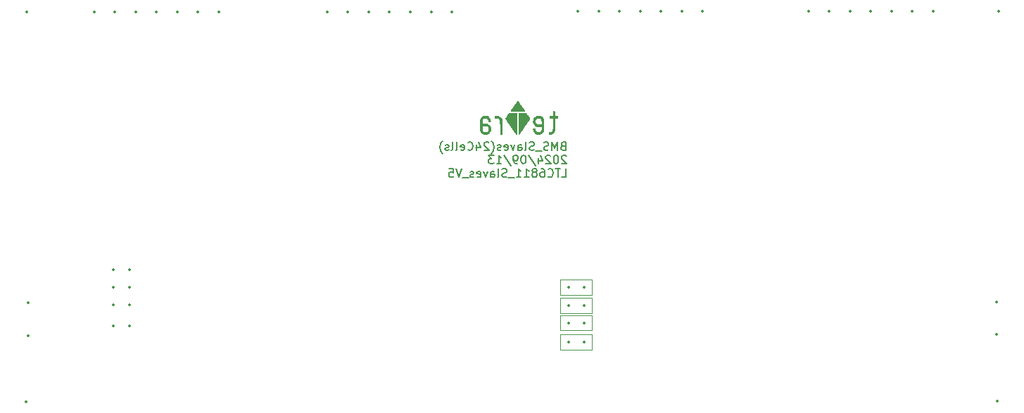
<source format=gbr>
%TF.GenerationSoftware,KiCad,Pcbnew,8.0.4*%
%TF.CreationDate,2024-09-13T15:55:04+09:00*%
%TF.ProjectId,LTC6811_ESP32_Slaves_V5,4c544336-3831-4315-9f45-535033325f53,rev?*%
%TF.SameCoordinates,Original*%
%TF.FileFunction,Legend,Bot*%
%TF.FilePolarity,Positive*%
%FSLAX46Y46*%
G04 Gerber Fmt 4.6, Leading zero omitted, Abs format (unit mm)*
G04 Created by KiCad (PCBNEW 8.0.4) date 2024-09-13 15:55:04*
%MOMM*%
%LPD*%
G01*
G04 APERTURE LIST*
%ADD10C,0.120000*%
%ADD11C,0.150000*%
%ADD12C,0.010000*%
%ADD13C,0.350000*%
G04 APERTURE END LIST*
D10*
X303300000Y-153500000D02*
X307100000Y-153500000D01*
X307100000Y-155300000D01*
X303300000Y-155300000D01*
X303300000Y-153500000D01*
X303300000Y-151300000D02*
X307100000Y-151300000D01*
X307100000Y-153100000D01*
X303300000Y-153100000D01*
X303300000Y-151300000D01*
X303300000Y-155600000D02*
X307100000Y-155600000D01*
X307100000Y-157400000D01*
X303300000Y-157400000D01*
X303300000Y-155600000D01*
X303300000Y-157900000D02*
X307100000Y-157900000D01*
X307100000Y-159700000D01*
X303300000Y-159700000D01*
X303300000Y-157900000D01*
D11*
X303629887Y-135176121D02*
X303487030Y-135223740D01*
X303487030Y-135223740D02*
X303439411Y-135271359D01*
X303439411Y-135271359D02*
X303391792Y-135366597D01*
X303391792Y-135366597D02*
X303391792Y-135509454D01*
X303391792Y-135509454D02*
X303439411Y-135604692D01*
X303439411Y-135604692D02*
X303487030Y-135652312D01*
X303487030Y-135652312D02*
X303582268Y-135699931D01*
X303582268Y-135699931D02*
X303963220Y-135699931D01*
X303963220Y-135699931D02*
X303963220Y-134699931D01*
X303963220Y-134699931D02*
X303629887Y-134699931D01*
X303629887Y-134699931D02*
X303534649Y-134747550D01*
X303534649Y-134747550D02*
X303487030Y-134795169D01*
X303487030Y-134795169D02*
X303439411Y-134890407D01*
X303439411Y-134890407D02*
X303439411Y-134985645D01*
X303439411Y-134985645D02*
X303487030Y-135080883D01*
X303487030Y-135080883D02*
X303534649Y-135128502D01*
X303534649Y-135128502D02*
X303629887Y-135176121D01*
X303629887Y-135176121D02*
X303963220Y-135176121D01*
X302963220Y-135699931D02*
X302963220Y-134699931D01*
X302963220Y-134699931D02*
X302629887Y-135414216D01*
X302629887Y-135414216D02*
X302296554Y-134699931D01*
X302296554Y-134699931D02*
X302296554Y-135699931D01*
X301867982Y-135652312D02*
X301725125Y-135699931D01*
X301725125Y-135699931D02*
X301487030Y-135699931D01*
X301487030Y-135699931D02*
X301391792Y-135652312D01*
X301391792Y-135652312D02*
X301344173Y-135604692D01*
X301344173Y-135604692D02*
X301296554Y-135509454D01*
X301296554Y-135509454D02*
X301296554Y-135414216D01*
X301296554Y-135414216D02*
X301344173Y-135318978D01*
X301344173Y-135318978D02*
X301391792Y-135271359D01*
X301391792Y-135271359D02*
X301487030Y-135223740D01*
X301487030Y-135223740D02*
X301677506Y-135176121D01*
X301677506Y-135176121D02*
X301772744Y-135128502D01*
X301772744Y-135128502D02*
X301820363Y-135080883D01*
X301820363Y-135080883D02*
X301867982Y-134985645D01*
X301867982Y-134985645D02*
X301867982Y-134890407D01*
X301867982Y-134890407D02*
X301820363Y-134795169D01*
X301820363Y-134795169D02*
X301772744Y-134747550D01*
X301772744Y-134747550D02*
X301677506Y-134699931D01*
X301677506Y-134699931D02*
X301439411Y-134699931D01*
X301439411Y-134699931D02*
X301296554Y-134747550D01*
X301106078Y-135795169D02*
X300344173Y-135795169D01*
X300153696Y-135652312D02*
X300010839Y-135699931D01*
X300010839Y-135699931D02*
X299772744Y-135699931D01*
X299772744Y-135699931D02*
X299677506Y-135652312D01*
X299677506Y-135652312D02*
X299629887Y-135604692D01*
X299629887Y-135604692D02*
X299582268Y-135509454D01*
X299582268Y-135509454D02*
X299582268Y-135414216D01*
X299582268Y-135414216D02*
X299629887Y-135318978D01*
X299629887Y-135318978D02*
X299677506Y-135271359D01*
X299677506Y-135271359D02*
X299772744Y-135223740D01*
X299772744Y-135223740D02*
X299963220Y-135176121D01*
X299963220Y-135176121D02*
X300058458Y-135128502D01*
X300058458Y-135128502D02*
X300106077Y-135080883D01*
X300106077Y-135080883D02*
X300153696Y-134985645D01*
X300153696Y-134985645D02*
X300153696Y-134890407D01*
X300153696Y-134890407D02*
X300106077Y-134795169D01*
X300106077Y-134795169D02*
X300058458Y-134747550D01*
X300058458Y-134747550D02*
X299963220Y-134699931D01*
X299963220Y-134699931D02*
X299725125Y-134699931D01*
X299725125Y-134699931D02*
X299582268Y-134747550D01*
X299010839Y-135699931D02*
X299106077Y-135652312D01*
X299106077Y-135652312D02*
X299153696Y-135557073D01*
X299153696Y-135557073D02*
X299153696Y-134699931D01*
X298201315Y-135699931D02*
X298201315Y-135176121D01*
X298201315Y-135176121D02*
X298248934Y-135080883D01*
X298248934Y-135080883D02*
X298344172Y-135033264D01*
X298344172Y-135033264D02*
X298534648Y-135033264D01*
X298534648Y-135033264D02*
X298629886Y-135080883D01*
X298201315Y-135652312D02*
X298296553Y-135699931D01*
X298296553Y-135699931D02*
X298534648Y-135699931D01*
X298534648Y-135699931D02*
X298629886Y-135652312D01*
X298629886Y-135652312D02*
X298677505Y-135557073D01*
X298677505Y-135557073D02*
X298677505Y-135461835D01*
X298677505Y-135461835D02*
X298629886Y-135366597D01*
X298629886Y-135366597D02*
X298534648Y-135318978D01*
X298534648Y-135318978D02*
X298296553Y-135318978D01*
X298296553Y-135318978D02*
X298201315Y-135271359D01*
X297820362Y-135033264D02*
X297582267Y-135699931D01*
X297582267Y-135699931D02*
X297344172Y-135033264D01*
X296582267Y-135652312D02*
X296677505Y-135699931D01*
X296677505Y-135699931D02*
X296867981Y-135699931D01*
X296867981Y-135699931D02*
X296963219Y-135652312D01*
X296963219Y-135652312D02*
X297010838Y-135557073D01*
X297010838Y-135557073D02*
X297010838Y-135176121D01*
X297010838Y-135176121D02*
X296963219Y-135080883D01*
X296963219Y-135080883D02*
X296867981Y-135033264D01*
X296867981Y-135033264D02*
X296677505Y-135033264D01*
X296677505Y-135033264D02*
X296582267Y-135080883D01*
X296582267Y-135080883D02*
X296534648Y-135176121D01*
X296534648Y-135176121D02*
X296534648Y-135271359D01*
X296534648Y-135271359D02*
X297010838Y-135366597D01*
X296153695Y-135652312D02*
X296058457Y-135699931D01*
X296058457Y-135699931D02*
X295867981Y-135699931D01*
X295867981Y-135699931D02*
X295772743Y-135652312D01*
X295772743Y-135652312D02*
X295725124Y-135557073D01*
X295725124Y-135557073D02*
X295725124Y-135509454D01*
X295725124Y-135509454D02*
X295772743Y-135414216D01*
X295772743Y-135414216D02*
X295867981Y-135366597D01*
X295867981Y-135366597D02*
X296010838Y-135366597D01*
X296010838Y-135366597D02*
X296106076Y-135318978D01*
X296106076Y-135318978D02*
X296153695Y-135223740D01*
X296153695Y-135223740D02*
X296153695Y-135176121D01*
X296153695Y-135176121D02*
X296106076Y-135080883D01*
X296106076Y-135080883D02*
X296010838Y-135033264D01*
X296010838Y-135033264D02*
X295867981Y-135033264D01*
X295867981Y-135033264D02*
X295772743Y-135080883D01*
X295010838Y-136080883D02*
X295058457Y-136033264D01*
X295058457Y-136033264D02*
X295153695Y-135890407D01*
X295153695Y-135890407D02*
X295201314Y-135795169D01*
X295201314Y-135795169D02*
X295248933Y-135652312D01*
X295248933Y-135652312D02*
X295296552Y-135414216D01*
X295296552Y-135414216D02*
X295296552Y-135223740D01*
X295296552Y-135223740D02*
X295248933Y-134985645D01*
X295248933Y-134985645D02*
X295201314Y-134842788D01*
X295201314Y-134842788D02*
X295153695Y-134747550D01*
X295153695Y-134747550D02*
X295058457Y-134604692D01*
X295058457Y-134604692D02*
X295010838Y-134557073D01*
X294677504Y-134795169D02*
X294629885Y-134747550D01*
X294629885Y-134747550D02*
X294534647Y-134699931D01*
X294534647Y-134699931D02*
X294296552Y-134699931D01*
X294296552Y-134699931D02*
X294201314Y-134747550D01*
X294201314Y-134747550D02*
X294153695Y-134795169D01*
X294153695Y-134795169D02*
X294106076Y-134890407D01*
X294106076Y-134890407D02*
X294106076Y-134985645D01*
X294106076Y-134985645D02*
X294153695Y-135128502D01*
X294153695Y-135128502D02*
X294725123Y-135699931D01*
X294725123Y-135699931D02*
X294106076Y-135699931D01*
X293248933Y-135033264D02*
X293248933Y-135699931D01*
X293487028Y-134652312D02*
X293725123Y-135366597D01*
X293725123Y-135366597D02*
X293106076Y-135366597D01*
X292153695Y-135604692D02*
X292201314Y-135652312D01*
X292201314Y-135652312D02*
X292344171Y-135699931D01*
X292344171Y-135699931D02*
X292439409Y-135699931D01*
X292439409Y-135699931D02*
X292582266Y-135652312D01*
X292582266Y-135652312D02*
X292677504Y-135557073D01*
X292677504Y-135557073D02*
X292725123Y-135461835D01*
X292725123Y-135461835D02*
X292772742Y-135271359D01*
X292772742Y-135271359D02*
X292772742Y-135128502D01*
X292772742Y-135128502D02*
X292725123Y-134938026D01*
X292725123Y-134938026D02*
X292677504Y-134842788D01*
X292677504Y-134842788D02*
X292582266Y-134747550D01*
X292582266Y-134747550D02*
X292439409Y-134699931D01*
X292439409Y-134699931D02*
X292344171Y-134699931D01*
X292344171Y-134699931D02*
X292201314Y-134747550D01*
X292201314Y-134747550D02*
X292153695Y-134795169D01*
X291344171Y-135652312D02*
X291439409Y-135699931D01*
X291439409Y-135699931D02*
X291629885Y-135699931D01*
X291629885Y-135699931D02*
X291725123Y-135652312D01*
X291725123Y-135652312D02*
X291772742Y-135557073D01*
X291772742Y-135557073D02*
X291772742Y-135176121D01*
X291772742Y-135176121D02*
X291725123Y-135080883D01*
X291725123Y-135080883D02*
X291629885Y-135033264D01*
X291629885Y-135033264D02*
X291439409Y-135033264D01*
X291439409Y-135033264D02*
X291344171Y-135080883D01*
X291344171Y-135080883D02*
X291296552Y-135176121D01*
X291296552Y-135176121D02*
X291296552Y-135271359D01*
X291296552Y-135271359D02*
X291772742Y-135366597D01*
X290725123Y-135699931D02*
X290820361Y-135652312D01*
X290820361Y-135652312D02*
X290867980Y-135557073D01*
X290867980Y-135557073D02*
X290867980Y-134699931D01*
X290201313Y-135699931D02*
X290296551Y-135652312D01*
X290296551Y-135652312D02*
X290344170Y-135557073D01*
X290344170Y-135557073D02*
X290344170Y-134699931D01*
X289867979Y-135652312D02*
X289772741Y-135699931D01*
X289772741Y-135699931D02*
X289582265Y-135699931D01*
X289582265Y-135699931D02*
X289487027Y-135652312D01*
X289487027Y-135652312D02*
X289439408Y-135557073D01*
X289439408Y-135557073D02*
X289439408Y-135509454D01*
X289439408Y-135509454D02*
X289487027Y-135414216D01*
X289487027Y-135414216D02*
X289582265Y-135366597D01*
X289582265Y-135366597D02*
X289725122Y-135366597D01*
X289725122Y-135366597D02*
X289820360Y-135318978D01*
X289820360Y-135318978D02*
X289867979Y-135223740D01*
X289867979Y-135223740D02*
X289867979Y-135176121D01*
X289867979Y-135176121D02*
X289820360Y-135080883D01*
X289820360Y-135080883D02*
X289725122Y-135033264D01*
X289725122Y-135033264D02*
X289582265Y-135033264D01*
X289582265Y-135033264D02*
X289487027Y-135080883D01*
X289106074Y-136080883D02*
X289058455Y-136033264D01*
X289058455Y-136033264D02*
X288963217Y-135890407D01*
X288963217Y-135890407D02*
X288915598Y-135795169D01*
X288915598Y-135795169D02*
X288867979Y-135652312D01*
X288867979Y-135652312D02*
X288820360Y-135414216D01*
X288820360Y-135414216D02*
X288820360Y-135223740D01*
X288820360Y-135223740D02*
X288867979Y-134985645D01*
X288867979Y-134985645D02*
X288915598Y-134842788D01*
X288915598Y-134842788D02*
X288963217Y-134747550D01*
X288963217Y-134747550D02*
X289058455Y-134604692D01*
X289058455Y-134604692D02*
X289106074Y-134557073D01*
X304010839Y-136405113D02*
X303963220Y-136357494D01*
X303963220Y-136357494D02*
X303867982Y-136309875D01*
X303867982Y-136309875D02*
X303629887Y-136309875D01*
X303629887Y-136309875D02*
X303534649Y-136357494D01*
X303534649Y-136357494D02*
X303487030Y-136405113D01*
X303487030Y-136405113D02*
X303439411Y-136500351D01*
X303439411Y-136500351D02*
X303439411Y-136595589D01*
X303439411Y-136595589D02*
X303487030Y-136738446D01*
X303487030Y-136738446D02*
X304058458Y-137309875D01*
X304058458Y-137309875D02*
X303439411Y-137309875D01*
X302820363Y-136309875D02*
X302725125Y-136309875D01*
X302725125Y-136309875D02*
X302629887Y-136357494D01*
X302629887Y-136357494D02*
X302582268Y-136405113D01*
X302582268Y-136405113D02*
X302534649Y-136500351D01*
X302534649Y-136500351D02*
X302487030Y-136690827D01*
X302487030Y-136690827D02*
X302487030Y-136928922D01*
X302487030Y-136928922D02*
X302534649Y-137119398D01*
X302534649Y-137119398D02*
X302582268Y-137214636D01*
X302582268Y-137214636D02*
X302629887Y-137262256D01*
X302629887Y-137262256D02*
X302725125Y-137309875D01*
X302725125Y-137309875D02*
X302820363Y-137309875D01*
X302820363Y-137309875D02*
X302915601Y-137262256D01*
X302915601Y-137262256D02*
X302963220Y-137214636D01*
X302963220Y-137214636D02*
X303010839Y-137119398D01*
X303010839Y-137119398D02*
X303058458Y-136928922D01*
X303058458Y-136928922D02*
X303058458Y-136690827D01*
X303058458Y-136690827D02*
X303010839Y-136500351D01*
X303010839Y-136500351D02*
X302963220Y-136405113D01*
X302963220Y-136405113D02*
X302915601Y-136357494D01*
X302915601Y-136357494D02*
X302820363Y-136309875D01*
X302106077Y-136405113D02*
X302058458Y-136357494D01*
X302058458Y-136357494D02*
X301963220Y-136309875D01*
X301963220Y-136309875D02*
X301725125Y-136309875D01*
X301725125Y-136309875D02*
X301629887Y-136357494D01*
X301629887Y-136357494D02*
X301582268Y-136405113D01*
X301582268Y-136405113D02*
X301534649Y-136500351D01*
X301534649Y-136500351D02*
X301534649Y-136595589D01*
X301534649Y-136595589D02*
X301582268Y-136738446D01*
X301582268Y-136738446D02*
X302153696Y-137309875D01*
X302153696Y-137309875D02*
X301534649Y-137309875D01*
X300677506Y-136643208D02*
X300677506Y-137309875D01*
X300915601Y-136262256D02*
X301153696Y-136976541D01*
X301153696Y-136976541D02*
X300534649Y-136976541D01*
X299439411Y-136262256D02*
X300296553Y-137547970D01*
X298915601Y-136309875D02*
X298820363Y-136309875D01*
X298820363Y-136309875D02*
X298725125Y-136357494D01*
X298725125Y-136357494D02*
X298677506Y-136405113D01*
X298677506Y-136405113D02*
X298629887Y-136500351D01*
X298629887Y-136500351D02*
X298582268Y-136690827D01*
X298582268Y-136690827D02*
X298582268Y-136928922D01*
X298582268Y-136928922D02*
X298629887Y-137119398D01*
X298629887Y-137119398D02*
X298677506Y-137214636D01*
X298677506Y-137214636D02*
X298725125Y-137262256D01*
X298725125Y-137262256D02*
X298820363Y-137309875D01*
X298820363Y-137309875D02*
X298915601Y-137309875D01*
X298915601Y-137309875D02*
X299010839Y-137262256D01*
X299010839Y-137262256D02*
X299058458Y-137214636D01*
X299058458Y-137214636D02*
X299106077Y-137119398D01*
X299106077Y-137119398D02*
X299153696Y-136928922D01*
X299153696Y-136928922D02*
X299153696Y-136690827D01*
X299153696Y-136690827D02*
X299106077Y-136500351D01*
X299106077Y-136500351D02*
X299058458Y-136405113D01*
X299058458Y-136405113D02*
X299010839Y-136357494D01*
X299010839Y-136357494D02*
X298915601Y-136309875D01*
X298106077Y-137309875D02*
X297915601Y-137309875D01*
X297915601Y-137309875D02*
X297820363Y-137262256D01*
X297820363Y-137262256D02*
X297772744Y-137214636D01*
X297772744Y-137214636D02*
X297677506Y-137071779D01*
X297677506Y-137071779D02*
X297629887Y-136881303D01*
X297629887Y-136881303D02*
X297629887Y-136500351D01*
X297629887Y-136500351D02*
X297677506Y-136405113D01*
X297677506Y-136405113D02*
X297725125Y-136357494D01*
X297725125Y-136357494D02*
X297820363Y-136309875D01*
X297820363Y-136309875D02*
X298010839Y-136309875D01*
X298010839Y-136309875D02*
X298106077Y-136357494D01*
X298106077Y-136357494D02*
X298153696Y-136405113D01*
X298153696Y-136405113D02*
X298201315Y-136500351D01*
X298201315Y-136500351D02*
X298201315Y-136738446D01*
X298201315Y-136738446D02*
X298153696Y-136833684D01*
X298153696Y-136833684D02*
X298106077Y-136881303D01*
X298106077Y-136881303D02*
X298010839Y-136928922D01*
X298010839Y-136928922D02*
X297820363Y-136928922D01*
X297820363Y-136928922D02*
X297725125Y-136881303D01*
X297725125Y-136881303D02*
X297677506Y-136833684D01*
X297677506Y-136833684D02*
X297629887Y-136738446D01*
X296487030Y-136262256D02*
X297344172Y-137547970D01*
X295629887Y-137309875D02*
X296201315Y-137309875D01*
X295915601Y-137309875D02*
X295915601Y-136309875D01*
X295915601Y-136309875D02*
X296010839Y-136452732D01*
X296010839Y-136452732D02*
X296106077Y-136547970D01*
X296106077Y-136547970D02*
X296201315Y-136595589D01*
X295296553Y-136309875D02*
X294677506Y-136309875D01*
X294677506Y-136309875D02*
X295010839Y-136690827D01*
X295010839Y-136690827D02*
X294867982Y-136690827D01*
X294867982Y-136690827D02*
X294772744Y-136738446D01*
X294772744Y-136738446D02*
X294725125Y-136786065D01*
X294725125Y-136786065D02*
X294677506Y-136881303D01*
X294677506Y-136881303D02*
X294677506Y-137119398D01*
X294677506Y-137119398D02*
X294725125Y-137214636D01*
X294725125Y-137214636D02*
X294772744Y-137262256D01*
X294772744Y-137262256D02*
X294867982Y-137309875D01*
X294867982Y-137309875D02*
X295153696Y-137309875D01*
X295153696Y-137309875D02*
X295248934Y-137262256D01*
X295248934Y-137262256D02*
X295296553Y-137214636D01*
X303487030Y-138919819D02*
X303963220Y-138919819D01*
X303963220Y-138919819D02*
X303963220Y-137919819D01*
X303296553Y-137919819D02*
X302725125Y-137919819D01*
X303010839Y-138919819D02*
X303010839Y-137919819D01*
X301820363Y-138824580D02*
X301867982Y-138872200D01*
X301867982Y-138872200D02*
X302010839Y-138919819D01*
X302010839Y-138919819D02*
X302106077Y-138919819D01*
X302106077Y-138919819D02*
X302248934Y-138872200D01*
X302248934Y-138872200D02*
X302344172Y-138776961D01*
X302344172Y-138776961D02*
X302391791Y-138681723D01*
X302391791Y-138681723D02*
X302439410Y-138491247D01*
X302439410Y-138491247D02*
X302439410Y-138348390D01*
X302439410Y-138348390D02*
X302391791Y-138157914D01*
X302391791Y-138157914D02*
X302344172Y-138062676D01*
X302344172Y-138062676D02*
X302248934Y-137967438D01*
X302248934Y-137967438D02*
X302106077Y-137919819D01*
X302106077Y-137919819D02*
X302010839Y-137919819D01*
X302010839Y-137919819D02*
X301867982Y-137967438D01*
X301867982Y-137967438D02*
X301820363Y-138015057D01*
X300963220Y-137919819D02*
X301153696Y-137919819D01*
X301153696Y-137919819D02*
X301248934Y-137967438D01*
X301248934Y-137967438D02*
X301296553Y-138015057D01*
X301296553Y-138015057D02*
X301391791Y-138157914D01*
X301391791Y-138157914D02*
X301439410Y-138348390D01*
X301439410Y-138348390D02*
X301439410Y-138729342D01*
X301439410Y-138729342D02*
X301391791Y-138824580D01*
X301391791Y-138824580D02*
X301344172Y-138872200D01*
X301344172Y-138872200D02*
X301248934Y-138919819D01*
X301248934Y-138919819D02*
X301058458Y-138919819D01*
X301058458Y-138919819D02*
X300963220Y-138872200D01*
X300963220Y-138872200D02*
X300915601Y-138824580D01*
X300915601Y-138824580D02*
X300867982Y-138729342D01*
X300867982Y-138729342D02*
X300867982Y-138491247D01*
X300867982Y-138491247D02*
X300915601Y-138396009D01*
X300915601Y-138396009D02*
X300963220Y-138348390D01*
X300963220Y-138348390D02*
X301058458Y-138300771D01*
X301058458Y-138300771D02*
X301248934Y-138300771D01*
X301248934Y-138300771D02*
X301344172Y-138348390D01*
X301344172Y-138348390D02*
X301391791Y-138396009D01*
X301391791Y-138396009D02*
X301439410Y-138491247D01*
X300296553Y-138348390D02*
X300391791Y-138300771D01*
X300391791Y-138300771D02*
X300439410Y-138253152D01*
X300439410Y-138253152D02*
X300487029Y-138157914D01*
X300487029Y-138157914D02*
X300487029Y-138110295D01*
X300487029Y-138110295D02*
X300439410Y-138015057D01*
X300439410Y-138015057D02*
X300391791Y-137967438D01*
X300391791Y-137967438D02*
X300296553Y-137919819D01*
X300296553Y-137919819D02*
X300106077Y-137919819D01*
X300106077Y-137919819D02*
X300010839Y-137967438D01*
X300010839Y-137967438D02*
X299963220Y-138015057D01*
X299963220Y-138015057D02*
X299915601Y-138110295D01*
X299915601Y-138110295D02*
X299915601Y-138157914D01*
X299915601Y-138157914D02*
X299963220Y-138253152D01*
X299963220Y-138253152D02*
X300010839Y-138300771D01*
X300010839Y-138300771D02*
X300106077Y-138348390D01*
X300106077Y-138348390D02*
X300296553Y-138348390D01*
X300296553Y-138348390D02*
X300391791Y-138396009D01*
X300391791Y-138396009D02*
X300439410Y-138443628D01*
X300439410Y-138443628D02*
X300487029Y-138538866D01*
X300487029Y-138538866D02*
X300487029Y-138729342D01*
X300487029Y-138729342D02*
X300439410Y-138824580D01*
X300439410Y-138824580D02*
X300391791Y-138872200D01*
X300391791Y-138872200D02*
X300296553Y-138919819D01*
X300296553Y-138919819D02*
X300106077Y-138919819D01*
X300106077Y-138919819D02*
X300010839Y-138872200D01*
X300010839Y-138872200D02*
X299963220Y-138824580D01*
X299963220Y-138824580D02*
X299915601Y-138729342D01*
X299915601Y-138729342D02*
X299915601Y-138538866D01*
X299915601Y-138538866D02*
X299963220Y-138443628D01*
X299963220Y-138443628D02*
X300010839Y-138396009D01*
X300010839Y-138396009D02*
X300106077Y-138348390D01*
X298963220Y-138919819D02*
X299534648Y-138919819D01*
X299248934Y-138919819D02*
X299248934Y-137919819D01*
X299248934Y-137919819D02*
X299344172Y-138062676D01*
X299344172Y-138062676D02*
X299439410Y-138157914D01*
X299439410Y-138157914D02*
X299534648Y-138205533D01*
X298010839Y-138919819D02*
X298582267Y-138919819D01*
X298296553Y-138919819D02*
X298296553Y-137919819D01*
X298296553Y-137919819D02*
X298391791Y-138062676D01*
X298391791Y-138062676D02*
X298487029Y-138157914D01*
X298487029Y-138157914D02*
X298582267Y-138205533D01*
X297820363Y-139015057D02*
X297058458Y-139015057D01*
X296867981Y-138872200D02*
X296725124Y-138919819D01*
X296725124Y-138919819D02*
X296487029Y-138919819D01*
X296487029Y-138919819D02*
X296391791Y-138872200D01*
X296391791Y-138872200D02*
X296344172Y-138824580D01*
X296344172Y-138824580D02*
X296296553Y-138729342D01*
X296296553Y-138729342D02*
X296296553Y-138634104D01*
X296296553Y-138634104D02*
X296344172Y-138538866D01*
X296344172Y-138538866D02*
X296391791Y-138491247D01*
X296391791Y-138491247D02*
X296487029Y-138443628D01*
X296487029Y-138443628D02*
X296677505Y-138396009D01*
X296677505Y-138396009D02*
X296772743Y-138348390D01*
X296772743Y-138348390D02*
X296820362Y-138300771D01*
X296820362Y-138300771D02*
X296867981Y-138205533D01*
X296867981Y-138205533D02*
X296867981Y-138110295D01*
X296867981Y-138110295D02*
X296820362Y-138015057D01*
X296820362Y-138015057D02*
X296772743Y-137967438D01*
X296772743Y-137967438D02*
X296677505Y-137919819D01*
X296677505Y-137919819D02*
X296439410Y-137919819D01*
X296439410Y-137919819D02*
X296296553Y-137967438D01*
X295725124Y-138919819D02*
X295820362Y-138872200D01*
X295820362Y-138872200D02*
X295867981Y-138776961D01*
X295867981Y-138776961D02*
X295867981Y-137919819D01*
X294915600Y-138919819D02*
X294915600Y-138396009D01*
X294915600Y-138396009D02*
X294963219Y-138300771D01*
X294963219Y-138300771D02*
X295058457Y-138253152D01*
X295058457Y-138253152D02*
X295248933Y-138253152D01*
X295248933Y-138253152D02*
X295344171Y-138300771D01*
X294915600Y-138872200D02*
X295010838Y-138919819D01*
X295010838Y-138919819D02*
X295248933Y-138919819D01*
X295248933Y-138919819D02*
X295344171Y-138872200D01*
X295344171Y-138872200D02*
X295391790Y-138776961D01*
X295391790Y-138776961D02*
X295391790Y-138681723D01*
X295391790Y-138681723D02*
X295344171Y-138586485D01*
X295344171Y-138586485D02*
X295248933Y-138538866D01*
X295248933Y-138538866D02*
X295010838Y-138538866D01*
X295010838Y-138538866D02*
X294915600Y-138491247D01*
X294534647Y-138253152D02*
X294296552Y-138919819D01*
X294296552Y-138919819D02*
X294058457Y-138253152D01*
X293296552Y-138872200D02*
X293391790Y-138919819D01*
X293391790Y-138919819D02*
X293582266Y-138919819D01*
X293582266Y-138919819D02*
X293677504Y-138872200D01*
X293677504Y-138872200D02*
X293725123Y-138776961D01*
X293725123Y-138776961D02*
X293725123Y-138396009D01*
X293725123Y-138396009D02*
X293677504Y-138300771D01*
X293677504Y-138300771D02*
X293582266Y-138253152D01*
X293582266Y-138253152D02*
X293391790Y-138253152D01*
X293391790Y-138253152D02*
X293296552Y-138300771D01*
X293296552Y-138300771D02*
X293248933Y-138396009D01*
X293248933Y-138396009D02*
X293248933Y-138491247D01*
X293248933Y-138491247D02*
X293725123Y-138586485D01*
X292867980Y-138872200D02*
X292772742Y-138919819D01*
X292772742Y-138919819D02*
X292582266Y-138919819D01*
X292582266Y-138919819D02*
X292487028Y-138872200D01*
X292487028Y-138872200D02*
X292439409Y-138776961D01*
X292439409Y-138776961D02*
X292439409Y-138729342D01*
X292439409Y-138729342D02*
X292487028Y-138634104D01*
X292487028Y-138634104D02*
X292582266Y-138586485D01*
X292582266Y-138586485D02*
X292725123Y-138586485D01*
X292725123Y-138586485D02*
X292820361Y-138538866D01*
X292820361Y-138538866D02*
X292867980Y-138443628D01*
X292867980Y-138443628D02*
X292867980Y-138396009D01*
X292867980Y-138396009D02*
X292820361Y-138300771D01*
X292820361Y-138300771D02*
X292725123Y-138253152D01*
X292725123Y-138253152D02*
X292582266Y-138253152D01*
X292582266Y-138253152D02*
X292487028Y-138300771D01*
X292248933Y-139015057D02*
X291487028Y-139015057D01*
X291391789Y-137919819D02*
X291058456Y-138919819D01*
X291058456Y-138919819D02*
X290725123Y-137919819D01*
X289915599Y-137919819D02*
X290391789Y-137919819D01*
X290391789Y-137919819D02*
X290439408Y-138396009D01*
X290439408Y-138396009D02*
X290391789Y-138348390D01*
X290391789Y-138348390D02*
X290296551Y-138300771D01*
X290296551Y-138300771D02*
X290058456Y-138300771D01*
X290058456Y-138300771D02*
X289963218Y-138348390D01*
X289963218Y-138348390D02*
X289915599Y-138396009D01*
X289915599Y-138396009D02*
X289867980Y-138491247D01*
X289867980Y-138491247D02*
X289867980Y-138729342D01*
X289867980Y-138729342D02*
X289915599Y-138824580D01*
X289915599Y-138824580D02*
X289963218Y-138872200D01*
X289963218Y-138872200D02*
X290058456Y-138919819D01*
X290058456Y-138919819D02*
X290296551Y-138919819D01*
X290296551Y-138919819D02*
X290391789Y-138872200D01*
X290391789Y-138872200D02*
X290439408Y-138824580D01*
D12*
%TO.C,LOGO2*%
X299347370Y-131460667D02*
X299362067Y-131481827D01*
X299404862Y-131543770D01*
X299444759Y-131601996D01*
X299480621Y-131654812D01*
X299511311Y-131700528D01*
X299535690Y-131737453D01*
X299552621Y-131763896D01*
X299560967Y-131778167D01*
X299566447Y-131791550D01*
X299575586Y-131833014D01*
X299576565Y-131876718D01*
X299568904Y-131914411D01*
X299568078Y-131916018D01*
X299559359Y-131929965D01*
X299541793Y-131956756D01*
X299515951Y-131995552D01*
X299482403Y-132045512D01*
X299441718Y-132105797D01*
X299394467Y-132175568D01*
X299341219Y-132253983D01*
X299282546Y-132340204D01*
X299219016Y-132433390D01*
X299151200Y-132532702D01*
X299079668Y-132637300D01*
X299004990Y-132746345D01*
X298927736Y-132858996D01*
X298900912Y-132898074D01*
X298824659Y-133009071D01*
X298751197Y-133115868D01*
X298681091Y-133217650D01*
X298614904Y-133313604D01*
X298553203Y-133402915D01*
X298496551Y-133484769D01*
X298445512Y-133558351D01*
X298400653Y-133622847D01*
X298362537Y-133677442D01*
X298331729Y-133721323D01*
X298308793Y-133753675D01*
X298294295Y-133773683D01*
X298288798Y-133780533D01*
X298288591Y-133779896D01*
X298287853Y-133767089D01*
X298287140Y-133738524D01*
X298286456Y-133695126D01*
X298285808Y-133637815D01*
X298285199Y-133567515D01*
X298284634Y-133485149D01*
X298284117Y-133391639D01*
X298283655Y-133287908D01*
X298283250Y-133174878D01*
X298282909Y-133053471D01*
X298282635Y-132924612D01*
X298282434Y-132789221D01*
X298282309Y-132648223D01*
X298282267Y-132502539D01*
X298282267Y-131224544D01*
X298302695Y-131200789D01*
X298323123Y-131177033D01*
X299150100Y-131177033D01*
X299347370Y-131460667D01*
G36*
X299347370Y-131460667D02*
G01*
X299362067Y-131481827D01*
X299404862Y-131543770D01*
X299444759Y-131601996D01*
X299480621Y-131654812D01*
X299511311Y-131700528D01*
X299535690Y-131737453D01*
X299552621Y-131763896D01*
X299560967Y-131778167D01*
X299566447Y-131791550D01*
X299575586Y-131833014D01*
X299576565Y-131876718D01*
X299568904Y-131914411D01*
X299568078Y-131916018D01*
X299559359Y-131929965D01*
X299541793Y-131956756D01*
X299515951Y-131995552D01*
X299482403Y-132045512D01*
X299441718Y-132105797D01*
X299394467Y-132175568D01*
X299341219Y-132253983D01*
X299282546Y-132340204D01*
X299219016Y-132433390D01*
X299151200Y-132532702D01*
X299079668Y-132637300D01*
X299004990Y-132746345D01*
X298927736Y-132858996D01*
X298900912Y-132898074D01*
X298824659Y-133009071D01*
X298751197Y-133115868D01*
X298681091Y-133217650D01*
X298614904Y-133313604D01*
X298553203Y-133402915D01*
X298496551Y-133484769D01*
X298445512Y-133558351D01*
X298400653Y-133622847D01*
X298362537Y-133677442D01*
X298331729Y-133721323D01*
X298308793Y-133753675D01*
X298294295Y-133773683D01*
X298288798Y-133780533D01*
X298288591Y-133779896D01*
X298287853Y-133767089D01*
X298287140Y-133738524D01*
X298286456Y-133695126D01*
X298285808Y-133637815D01*
X298285199Y-133567515D01*
X298284634Y-133485149D01*
X298284117Y-133391639D01*
X298283655Y-133287908D01*
X298283250Y-133174878D01*
X298282909Y-133053471D01*
X298282635Y-132924612D01*
X298282434Y-132789221D01*
X298282309Y-132648223D01*
X298282267Y-132502539D01*
X298282267Y-131224544D01*
X298302695Y-131200789D01*
X298323123Y-131177033D01*
X299150100Y-131177033D01*
X299347370Y-131460667D01*
G37*
X298188971Y-129784179D02*
X298191046Y-129786302D01*
X298202003Y-129800444D01*
X298221194Y-129826657D01*
X298247727Y-129863654D01*
X298280711Y-129910146D01*
X298319255Y-129964846D01*
X298362466Y-130026465D01*
X298409454Y-130093715D01*
X298459327Y-130165307D01*
X298511193Y-130239953D01*
X298564162Y-130316365D01*
X298617341Y-130393255D01*
X298669839Y-130469335D01*
X298720765Y-130543316D01*
X298769226Y-130613909D01*
X298814333Y-130679828D01*
X298855193Y-130739783D01*
X298890914Y-130792486D01*
X298920606Y-130836649D01*
X298943377Y-130870983D01*
X298958335Y-130894201D01*
X298964589Y-130905015D01*
X298964785Y-130906535D01*
X298963046Y-130908651D01*
X298957975Y-130910510D01*
X298948601Y-130912130D01*
X298933952Y-130913525D01*
X298913056Y-130914714D01*
X298884942Y-130915711D01*
X298848638Y-130916534D01*
X298803173Y-130917199D01*
X298747576Y-130917722D01*
X298680874Y-130918119D01*
X298602097Y-130918408D01*
X298510272Y-130918604D01*
X298404429Y-130918724D01*
X298283596Y-130918784D01*
X298146800Y-130918800D01*
X298088578Y-130918797D01*
X297958247Y-130918761D01*
X297843487Y-130918672D01*
X297743330Y-130918512D01*
X297656812Y-130918268D01*
X297582965Y-130917923D01*
X297520824Y-130917460D01*
X297469421Y-130916865D01*
X297427791Y-130916121D01*
X297394968Y-130915214D01*
X297369985Y-130914126D01*
X297351876Y-130912842D01*
X297339674Y-130911346D01*
X297332414Y-130909624D01*
X297329128Y-130907658D01*
X297328851Y-130905432D01*
X297330250Y-130902723D01*
X297340123Y-130886942D01*
X297358415Y-130859242D01*
X297384227Y-130820916D01*
X297416655Y-130773257D01*
X297454800Y-130717559D01*
X297497760Y-130655116D01*
X297544634Y-130587219D01*
X297594521Y-130515164D01*
X297646519Y-130440242D01*
X297699728Y-130363747D01*
X297753247Y-130286973D01*
X297806173Y-130211213D01*
X297857607Y-130137760D01*
X297906647Y-130067908D01*
X297952391Y-130002949D01*
X297993939Y-129944177D01*
X298030389Y-129892886D01*
X298060841Y-129850368D01*
X298084393Y-129817918D01*
X298100144Y-129796827D01*
X298107193Y-129788390D01*
X298127748Y-129779274D01*
X298159730Y-129776411D01*
X298188971Y-129784179D01*
G36*
X298188971Y-129784179D02*
G01*
X298191046Y-129786302D01*
X298202003Y-129800444D01*
X298221194Y-129826657D01*
X298247727Y-129863654D01*
X298280711Y-129910146D01*
X298319255Y-129964846D01*
X298362466Y-130026465D01*
X298409454Y-130093715D01*
X298459327Y-130165307D01*
X298511193Y-130239953D01*
X298564162Y-130316365D01*
X298617341Y-130393255D01*
X298669839Y-130469335D01*
X298720765Y-130543316D01*
X298769226Y-130613909D01*
X298814333Y-130679828D01*
X298855193Y-130739783D01*
X298890914Y-130792486D01*
X298920606Y-130836649D01*
X298943377Y-130870983D01*
X298958335Y-130894201D01*
X298964589Y-130905015D01*
X298964785Y-130906535D01*
X298963046Y-130908651D01*
X298957975Y-130910510D01*
X298948601Y-130912130D01*
X298933952Y-130913525D01*
X298913056Y-130914714D01*
X298884942Y-130915711D01*
X298848638Y-130916534D01*
X298803173Y-130917199D01*
X298747576Y-130917722D01*
X298680874Y-130918119D01*
X298602097Y-130918408D01*
X298510272Y-130918604D01*
X298404429Y-130918724D01*
X298283596Y-130918784D01*
X298146800Y-130918800D01*
X298088578Y-130918797D01*
X297958247Y-130918761D01*
X297843487Y-130918672D01*
X297743330Y-130918512D01*
X297656812Y-130918268D01*
X297582965Y-130917923D01*
X297520824Y-130917460D01*
X297469421Y-130916865D01*
X297427791Y-130916121D01*
X297394968Y-130915214D01*
X297369985Y-130914126D01*
X297351876Y-130912842D01*
X297339674Y-130911346D01*
X297332414Y-130909624D01*
X297329128Y-130907658D01*
X297328851Y-130905432D01*
X297330250Y-130902723D01*
X297340123Y-130886942D01*
X297358415Y-130859242D01*
X297384227Y-130820916D01*
X297416655Y-130773257D01*
X297454800Y-130717559D01*
X297497760Y-130655116D01*
X297544634Y-130587219D01*
X297594521Y-130515164D01*
X297646519Y-130440242D01*
X297699728Y-130363747D01*
X297753247Y-130286973D01*
X297806173Y-130211213D01*
X297857607Y-130137760D01*
X297906647Y-130067908D01*
X297952391Y-130002949D01*
X297993939Y-129944177D01*
X298030389Y-129892886D01*
X298060841Y-129850368D01*
X298084393Y-129817918D01*
X298100144Y-129796827D01*
X298107193Y-129788390D01*
X298127748Y-129779274D01*
X298159730Y-129776411D01*
X298188971Y-129784179D01*
G37*
X297584853Y-131181296D02*
X297677311Y-131181606D01*
X297758914Y-131182240D01*
X297828651Y-131183176D01*
X297885507Y-131184395D01*
X297928471Y-131185878D01*
X297956528Y-131187604D01*
X297968666Y-131189554D01*
X297968970Y-131189721D01*
X297982512Y-131203519D01*
X297993510Y-131224685D01*
X297994483Y-131230229D01*
X297995796Y-131248053D01*
X297996986Y-131277809D01*
X297998058Y-131319913D01*
X297999012Y-131374781D01*
X297999854Y-131442832D01*
X298000585Y-131524481D01*
X298001208Y-131620145D01*
X298001728Y-131730242D01*
X298002146Y-131855187D01*
X298002466Y-131995399D01*
X298002691Y-132151293D01*
X298002823Y-132323287D01*
X298002867Y-132511797D01*
X298002866Y-132537522D01*
X298002809Y-132681417D01*
X298002673Y-132820456D01*
X298002462Y-132953709D01*
X298002180Y-133080248D01*
X298001832Y-133199143D01*
X298001424Y-133309466D01*
X298000959Y-133410287D01*
X298000442Y-133500677D01*
X297999878Y-133579709D01*
X297999272Y-133646451D01*
X297998628Y-133699977D01*
X297997951Y-133739356D01*
X297997246Y-133763660D01*
X297996517Y-133771959D01*
X297996460Y-133771949D01*
X297990092Y-133764589D01*
X297974947Y-133744223D01*
X297951701Y-133711845D01*
X297921032Y-133668444D01*
X297883617Y-133615013D01*
X297840132Y-133552544D01*
X297791254Y-133482027D01*
X297737660Y-133404455D01*
X297680026Y-133320818D01*
X297619030Y-133232110D01*
X297555349Y-133139320D01*
X297489658Y-133043442D01*
X297422636Y-132945465D01*
X297354958Y-132846383D01*
X297287302Y-132747186D01*
X297220344Y-132648866D01*
X297154761Y-132552415D01*
X297091230Y-132458824D01*
X297030428Y-132369085D01*
X296973032Y-132284189D01*
X296919718Y-132205128D01*
X296871164Y-132132894D01*
X296828045Y-132068478D01*
X296791040Y-132012871D01*
X296760824Y-131967066D01*
X296738074Y-131932054D01*
X296723468Y-131908826D01*
X296717682Y-131898374D01*
X296711493Y-131865549D01*
X296714524Y-131815475D01*
X296731221Y-131769043D01*
X296732680Y-131766565D01*
X296743331Y-131750041D01*
X296762180Y-131721777D01*
X296788106Y-131683424D01*
X296819984Y-131636632D01*
X296856691Y-131583051D01*
X296897105Y-131524332D01*
X296940101Y-131462126D01*
X297134636Y-131181267D01*
X297543908Y-131181267D01*
X297584853Y-131181296D01*
G36*
X297584853Y-131181296D02*
G01*
X297677311Y-131181606D01*
X297758914Y-131182240D01*
X297828651Y-131183176D01*
X297885507Y-131184395D01*
X297928471Y-131185878D01*
X297956528Y-131187604D01*
X297968666Y-131189554D01*
X297968970Y-131189721D01*
X297982512Y-131203519D01*
X297993510Y-131224685D01*
X297994483Y-131230229D01*
X297995796Y-131248053D01*
X297996986Y-131277809D01*
X297998058Y-131319913D01*
X297999012Y-131374781D01*
X297999854Y-131442832D01*
X298000585Y-131524481D01*
X298001208Y-131620145D01*
X298001728Y-131730242D01*
X298002146Y-131855187D01*
X298002466Y-131995399D01*
X298002691Y-132151293D01*
X298002823Y-132323287D01*
X298002867Y-132511797D01*
X298002866Y-132537522D01*
X298002809Y-132681417D01*
X298002673Y-132820456D01*
X298002462Y-132953709D01*
X298002180Y-133080248D01*
X298001832Y-133199143D01*
X298001424Y-133309466D01*
X298000959Y-133410287D01*
X298000442Y-133500677D01*
X297999878Y-133579709D01*
X297999272Y-133646451D01*
X297998628Y-133699977D01*
X297997951Y-133739356D01*
X297997246Y-133763660D01*
X297996517Y-133771959D01*
X297996460Y-133771949D01*
X297990092Y-133764589D01*
X297974947Y-133744223D01*
X297951701Y-133711845D01*
X297921032Y-133668444D01*
X297883617Y-133615013D01*
X297840132Y-133552544D01*
X297791254Y-133482027D01*
X297737660Y-133404455D01*
X297680026Y-133320818D01*
X297619030Y-133232110D01*
X297555349Y-133139320D01*
X297489658Y-133043442D01*
X297422636Y-132945465D01*
X297354958Y-132846383D01*
X297287302Y-132747186D01*
X297220344Y-132648866D01*
X297154761Y-132552415D01*
X297091230Y-132458824D01*
X297030428Y-132369085D01*
X296973032Y-132284189D01*
X296919718Y-132205128D01*
X296871164Y-132132894D01*
X296828045Y-132068478D01*
X296791040Y-132012871D01*
X296760824Y-131967066D01*
X296738074Y-131932054D01*
X296723468Y-131908826D01*
X296717682Y-131898374D01*
X296711493Y-131865549D01*
X296714524Y-131815475D01*
X296731221Y-131769043D01*
X296732680Y-131766565D01*
X296743331Y-131750041D01*
X296762180Y-131721777D01*
X296788106Y-131683424D01*
X296819984Y-131636632D01*
X296856691Y-131583051D01*
X296897105Y-131524332D01*
X296940101Y-131462126D01*
X297134636Y-131181267D01*
X297543908Y-131181267D01*
X297584853Y-131181296D01*
G37*
X295584558Y-131547379D02*
X295591690Y-131547589D01*
X295667950Y-131551024D01*
X295731423Y-131556726D01*
X295785875Y-131565452D01*
X295835071Y-131577959D01*
X295882780Y-131595004D01*
X295932767Y-131617344D01*
X295946714Y-131624275D01*
X296032317Y-131677399D01*
X296106904Y-131743189D01*
X296170032Y-131821113D01*
X296221259Y-131910638D01*
X296260141Y-132011232D01*
X296279585Y-132074500D01*
X296282104Y-132890371D01*
X296282435Y-133009358D01*
X296282695Y-133141838D01*
X296282783Y-133258635D01*
X296282695Y-133360439D01*
X296282423Y-133447940D01*
X296281961Y-133521829D01*
X296281304Y-133582796D01*
X296280445Y-133631533D01*
X296279379Y-133668731D01*
X296278099Y-133695078D01*
X296276599Y-133711267D01*
X296274874Y-133717988D01*
X296274229Y-133718698D01*
X296263961Y-133723904D01*
X296243887Y-133727311D01*
X296211642Y-133729170D01*
X296164861Y-133729733D01*
X296149463Y-133729713D01*
X296111128Y-133729262D01*
X296085671Y-133727862D01*
X296070018Y-133725052D01*
X296061096Y-133720371D01*
X296055831Y-133713356D01*
X296054991Y-133709944D01*
X296053322Y-133690330D01*
X296051847Y-133653948D01*
X296050565Y-133600780D01*
X296049476Y-133530803D01*
X296048580Y-133443997D01*
X296047877Y-133340342D01*
X296047366Y-133219817D01*
X296047047Y-133082401D01*
X296046920Y-132928073D01*
X296046855Y-132794126D01*
X296046700Y-132673011D01*
X296046441Y-132566825D01*
X296046064Y-132474554D01*
X296045553Y-132395185D01*
X296044894Y-132327704D01*
X296044072Y-132271098D01*
X296043072Y-132224354D01*
X296041879Y-132186459D01*
X296040480Y-132156400D01*
X296038858Y-132133162D01*
X296036999Y-132115733D01*
X296034889Y-132103100D01*
X296028800Y-132078101D01*
X296000553Y-132003753D01*
X295959762Y-131937776D01*
X295908015Y-131882394D01*
X295846897Y-131839828D01*
X295821329Y-131826933D01*
X295784256Y-131812316D01*
X295744152Y-131802013D01*
X295697567Y-131795412D01*
X295641051Y-131791901D01*
X295571155Y-131790866D01*
X295519640Y-131790790D01*
X295475681Y-131789567D01*
X295444509Y-131785590D01*
X295423927Y-131777251D01*
X295411741Y-131762941D01*
X295405755Y-131741052D01*
X295403773Y-131709974D01*
X295403600Y-131668100D01*
X295403594Y-131658375D01*
X295403922Y-131619162D01*
X295406393Y-131590007D01*
X295413122Y-131569501D01*
X295426220Y-131556235D01*
X295447800Y-131548799D01*
X295479974Y-131545784D01*
X295524856Y-131545780D01*
X295584558Y-131547379D01*
G36*
X295584558Y-131547379D02*
G01*
X295591690Y-131547589D01*
X295667950Y-131551024D01*
X295731423Y-131556726D01*
X295785875Y-131565452D01*
X295835071Y-131577959D01*
X295882780Y-131595004D01*
X295932767Y-131617344D01*
X295946714Y-131624275D01*
X296032317Y-131677399D01*
X296106904Y-131743189D01*
X296170032Y-131821113D01*
X296221259Y-131910638D01*
X296260141Y-132011232D01*
X296279585Y-132074500D01*
X296282104Y-132890371D01*
X296282435Y-133009358D01*
X296282695Y-133141838D01*
X296282783Y-133258635D01*
X296282695Y-133360439D01*
X296282423Y-133447940D01*
X296281961Y-133521829D01*
X296281304Y-133582796D01*
X296280445Y-133631533D01*
X296279379Y-133668731D01*
X296278099Y-133695078D01*
X296276599Y-133711267D01*
X296274874Y-133717988D01*
X296274229Y-133718698D01*
X296263961Y-133723904D01*
X296243887Y-133727311D01*
X296211642Y-133729170D01*
X296164861Y-133729733D01*
X296149463Y-133729713D01*
X296111128Y-133729262D01*
X296085671Y-133727862D01*
X296070018Y-133725052D01*
X296061096Y-133720371D01*
X296055831Y-133713356D01*
X296054991Y-133709944D01*
X296053322Y-133690330D01*
X296051847Y-133653948D01*
X296050565Y-133600780D01*
X296049476Y-133530803D01*
X296048580Y-133443997D01*
X296047877Y-133340342D01*
X296047366Y-133219817D01*
X296047047Y-133082401D01*
X296046920Y-132928073D01*
X296046855Y-132794126D01*
X296046700Y-132673011D01*
X296046441Y-132566825D01*
X296046064Y-132474554D01*
X296045553Y-132395185D01*
X296044894Y-132327704D01*
X296044072Y-132271098D01*
X296043072Y-132224354D01*
X296041879Y-132186459D01*
X296040480Y-132156400D01*
X296038858Y-132133162D01*
X296036999Y-132115733D01*
X296034889Y-132103100D01*
X296028800Y-132078101D01*
X296000553Y-132003753D01*
X295959762Y-131937776D01*
X295908015Y-131882394D01*
X295846897Y-131839828D01*
X295821329Y-131826933D01*
X295784256Y-131812316D01*
X295744152Y-131802013D01*
X295697567Y-131795412D01*
X295641051Y-131791901D01*
X295571155Y-131790866D01*
X295519640Y-131790790D01*
X295475681Y-131789567D01*
X295444509Y-131785590D01*
X295423927Y-131777251D01*
X295411741Y-131762941D01*
X295405755Y-131741052D01*
X295403773Y-131709974D01*
X295403600Y-131668100D01*
X295403594Y-131658375D01*
X295403922Y-131619162D01*
X295406393Y-131590007D01*
X295413122Y-131569501D01*
X295426220Y-131556235D01*
X295447800Y-131548799D01*
X295479974Y-131545784D01*
X295524856Y-131545780D01*
X295584558Y-131547379D01*
G37*
X302453342Y-130950495D02*
X302479158Y-130960683D01*
X302516820Y-130978296D01*
X302537524Y-130988620D01*
X302572147Y-131007056D01*
X302600775Y-131023725D01*
X302618715Y-131035969D01*
X302642600Y-131055772D01*
X302642600Y-131553800D01*
X302781820Y-131553800D01*
X302833144Y-131553848D01*
X302876700Y-131554957D01*
X302907500Y-131558705D01*
X302927750Y-131566672D01*
X302939658Y-131580439D01*
X302945431Y-131601584D01*
X302947276Y-131631689D01*
X302947400Y-131672333D01*
X302947333Y-131709074D01*
X302945784Y-131740255D01*
X302940548Y-131762303D01*
X302929419Y-131776799D01*
X302910188Y-131785324D01*
X302880650Y-131789456D01*
X302838596Y-131790777D01*
X302781820Y-131790867D01*
X302642600Y-131790867D01*
X302642600Y-132458624D01*
X302642590Y-132522785D01*
X302642500Y-132641137D01*
X302642299Y-132744318D01*
X302641966Y-132833509D01*
X302641482Y-132909891D01*
X302640826Y-132974646D01*
X302639976Y-133028955D01*
X302638913Y-133073998D01*
X302637617Y-133110957D01*
X302636066Y-133141013D01*
X302634239Y-133165347D01*
X302632117Y-133185141D01*
X302629679Y-133201574D01*
X302627474Y-133213986D01*
X302600624Y-133324352D01*
X302563013Y-133421848D01*
X302514715Y-133506378D01*
X302455809Y-133577849D01*
X302386371Y-133636166D01*
X302306476Y-133681233D01*
X302216202Y-133712957D01*
X302215923Y-133713030D01*
X302181014Y-133720097D01*
X302139918Y-133725295D01*
X302096458Y-133728519D01*
X302054457Y-133729664D01*
X302017736Y-133728625D01*
X301990119Y-133725296D01*
X301975427Y-133719573D01*
X301970810Y-133707071D01*
X301967437Y-133681911D01*
X301965441Y-133648430D01*
X301964816Y-133610829D01*
X301965552Y-133573309D01*
X301967642Y-133540069D01*
X301971078Y-133515310D01*
X301975850Y-133503231D01*
X301980942Y-133501034D01*
X302001025Y-133496965D01*
X302031353Y-133493340D01*
X302067605Y-133490747D01*
X302092935Y-133489197D01*
X302133228Y-133484593D01*
X302165624Y-133476940D01*
X302196088Y-133465044D01*
X302217551Y-133454229D01*
X302273934Y-133413936D01*
X302320513Y-133360605D01*
X302357667Y-133293733D01*
X302385773Y-133212819D01*
X302388166Y-133203000D01*
X302390560Y-133190194D01*
X302392647Y-133174463D01*
X302394455Y-133154642D01*
X302396013Y-133129561D01*
X302397348Y-133098053D01*
X302398487Y-133058952D01*
X302399459Y-133011089D01*
X302400292Y-132953298D01*
X302401012Y-132884410D01*
X302401648Y-132803259D01*
X302402227Y-132708677D01*
X302402778Y-132599496D01*
X302403327Y-132474550D01*
X302406194Y-131790867D01*
X302220077Y-131790867D01*
X302208413Y-131790872D01*
X302145548Y-131790910D01*
X302097354Y-131790175D01*
X302061887Y-131787582D01*
X302037206Y-131782047D01*
X302021369Y-131772488D01*
X302012431Y-131757821D01*
X302008452Y-131736962D01*
X302007490Y-131708827D01*
X302007600Y-131672333D01*
X302007591Y-131666259D01*
X302007520Y-131631062D01*
X302008820Y-131604077D01*
X302013436Y-131584216D01*
X302023311Y-131570393D01*
X302040390Y-131561521D01*
X302066618Y-131556512D01*
X302103939Y-131554281D01*
X302154298Y-131553739D01*
X302219639Y-131553800D01*
X302405317Y-131553800D01*
X302407542Y-131256270D01*
X302407716Y-131233425D01*
X302408375Y-131158339D01*
X302409116Y-131098057D01*
X302410030Y-131050901D01*
X302411209Y-131015192D01*
X302412744Y-130989250D01*
X302414728Y-130971398D01*
X302417252Y-130959955D01*
X302420408Y-130953243D01*
X302424288Y-130949583D01*
X302425655Y-130948803D01*
X302436474Y-130946835D01*
X302453342Y-130950495D01*
G36*
X302453342Y-130950495D02*
G01*
X302479158Y-130960683D01*
X302516820Y-130978296D01*
X302537524Y-130988620D01*
X302572147Y-131007056D01*
X302600775Y-131023725D01*
X302618715Y-131035969D01*
X302642600Y-131055772D01*
X302642600Y-131553800D01*
X302781820Y-131553800D01*
X302833144Y-131553848D01*
X302876700Y-131554957D01*
X302907500Y-131558705D01*
X302927750Y-131566672D01*
X302939658Y-131580439D01*
X302945431Y-131601584D01*
X302947276Y-131631689D01*
X302947400Y-131672333D01*
X302947333Y-131709074D01*
X302945784Y-131740255D01*
X302940548Y-131762303D01*
X302929419Y-131776799D01*
X302910188Y-131785324D01*
X302880650Y-131789456D01*
X302838596Y-131790777D01*
X302781820Y-131790867D01*
X302642600Y-131790867D01*
X302642600Y-132458624D01*
X302642590Y-132522785D01*
X302642500Y-132641137D01*
X302642299Y-132744318D01*
X302641966Y-132833509D01*
X302641482Y-132909891D01*
X302640826Y-132974646D01*
X302639976Y-133028955D01*
X302638913Y-133073998D01*
X302637617Y-133110957D01*
X302636066Y-133141013D01*
X302634239Y-133165347D01*
X302632117Y-133185141D01*
X302629679Y-133201574D01*
X302627474Y-133213986D01*
X302600624Y-133324352D01*
X302563013Y-133421848D01*
X302514715Y-133506378D01*
X302455809Y-133577849D01*
X302386371Y-133636166D01*
X302306476Y-133681233D01*
X302216202Y-133712957D01*
X302215923Y-133713030D01*
X302181014Y-133720097D01*
X302139918Y-133725295D01*
X302096458Y-133728519D01*
X302054457Y-133729664D01*
X302017736Y-133728625D01*
X301990119Y-133725296D01*
X301975427Y-133719573D01*
X301970810Y-133707071D01*
X301967437Y-133681911D01*
X301965441Y-133648430D01*
X301964816Y-133610829D01*
X301965552Y-133573309D01*
X301967642Y-133540069D01*
X301971078Y-133515310D01*
X301975850Y-133503231D01*
X301980942Y-133501034D01*
X302001025Y-133496965D01*
X302031353Y-133493340D01*
X302067605Y-133490747D01*
X302092935Y-133489197D01*
X302133228Y-133484593D01*
X302165624Y-133476940D01*
X302196088Y-133465044D01*
X302217551Y-133454229D01*
X302273934Y-133413936D01*
X302320513Y-133360605D01*
X302357667Y-133293733D01*
X302385773Y-133212819D01*
X302388166Y-133203000D01*
X302390560Y-133190194D01*
X302392647Y-133174463D01*
X302394455Y-133154642D01*
X302396013Y-133129561D01*
X302397348Y-133098053D01*
X302398487Y-133058952D01*
X302399459Y-133011089D01*
X302400292Y-132953298D01*
X302401012Y-132884410D01*
X302401648Y-132803259D01*
X302402227Y-132708677D01*
X302402778Y-132599496D01*
X302403327Y-132474550D01*
X302406194Y-131790867D01*
X302220077Y-131790867D01*
X302208413Y-131790872D01*
X302145548Y-131790910D01*
X302097354Y-131790175D01*
X302061887Y-131787582D01*
X302037206Y-131782047D01*
X302021369Y-131772488D01*
X302012431Y-131757821D01*
X302008452Y-131736962D01*
X302007490Y-131708827D01*
X302007600Y-131672333D01*
X302007591Y-131666259D01*
X302007520Y-131631062D01*
X302008820Y-131604077D01*
X302013436Y-131584216D01*
X302023311Y-131570393D01*
X302040390Y-131561521D01*
X302066618Y-131556512D01*
X302103939Y-131554281D01*
X302154298Y-131553739D01*
X302219639Y-131553800D01*
X302405317Y-131553800D01*
X302407542Y-131256270D01*
X302407716Y-131233425D01*
X302408375Y-131158339D01*
X302409116Y-131098057D01*
X302410030Y-131050901D01*
X302411209Y-131015192D01*
X302412744Y-130989250D01*
X302414728Y-130971398D01*
X302417252Y-130959955D01*
X302420408Y-130953243D01*
X302424288Y-130949583D01*
X302425655Y-130948803D01*
X302436474Y-130946835D01*
X302453342Y-130950495D01*
G37*
X294895579Y-133174463D02*
X294894318Y-133186069D01*
X294884486Y-133254289D01*
X294870590Y-133313472D01*
X294850722Y-133370379D01*
X294822972Y-133431773D01*
X294773458Y-133514592D01*
X294710325Y-133589018D01*
X294635998Y-133652259D01*
X294552112Y-133703140D01*
X294460302Y-133740484D01*
X294362200Y-133763118D01*
X294361015Y-133763292D01*
X294256433Y-133770265D01*
X294151023Y-133761417D01*
X294048933Y-133737091D01*
X293971988Y-133706004D01*
X293889338Y-133656451D01*
X293816133Y-133594025D01*
X293753390Y-133519958D01*
X293702127Y-133435480D01*
X293663363Y-133341823D01*
X293638117Y-133240218D01*
X293636216Y-133228289D01*
X293633788Y-133209013D01*
X293631754Y-133186341D01*
X293630094Y-133158918D01*
X293628783Y-133125391D01*
X293627800Y-133084407D01*
X293627121Y-133034612D01*
X293626724Y-132974653D01*
X293626586Y-132903175D01*
X293626685Y-132818825D01*
X293626998Y-132720250D01*
X293627027Y-132713733D01*
X293870016Y-132713733D01*
X293873130Y-132969850D01*
X293874049Y-133040940D01*
X293875022Y-133099783D01*
X293876178Y-133145985D01*
X293877679Y-133181727D01*
X293879684Y-133209190D01*
X293882354Y-133230554D01*
X293885850Y-133248000D01*
X293890333Y-133263709D01*
X293895963Y-133279861D01*
X293919780Y-133330655D01*
X293953929Y-133382846D01*
X293993676Y-133429272D01*
X294034898Y-133464454D01*
X294057182Y-133477770D01*
X294094381Y-133495689D01*
X294131039Y-133509501D01*
X294154288Y-133515485D01*
X294210905Y-133523636D01*
X294273259Y-133525994D01*
X294334455Y-133522466D01*
X294387600Y-133512960D01*
X294404733Y-133507931D01*
X294473848Y-133477340D01*
X294533541Y-133433330D01*
X294583074Y-133376892D01*
X294621708Y-133309016D01*
X294648705Y-133230694D01*
X294663327Y-133142916D01*
X294663907Y-133135699D01*
X294662402Y-133057242D01*
X294647267Y-132982055D01*
X294619668Y-132912490D01*
X294580773Y-132850901D01*
X294531751Y-132799640D01*
X294473769Y-132761061D01*
X294454601Y-132751664D01*
X294428208Y-132740310D01*
X294401495Y-132731448D01*
X294372090Y-132724778D01*
X294337620Y-132719997D01*
X294295711Y-132716804D01*
X294243992Y-132714897D01*
X294180089Y-132713974D01*
X294101629Y-132713733D01*
X293870016Y-132713733D01*
X293627027Y-132713733D01*
X293627502Y-132606096D01*
X293630196Y-132049100D01*
X293653783Y-131973215D01*
X293691682Y-131873631D01*
X293741839Y-131782833D01*
X293803030Y-131704864D01*
X293875292Y-131639687D01*
X293958659Y-131587263D01*
X294053167Y-131547557D01*
X294080760Y-131538826D01*
X294105423Y-131532609D01*
X294130851Y-131528560D01*
X294161084Y-131526215D01*
X294200164Y-131525112D01*
X294252133Y-131524790D01*
X294263734Y-131524778D01*
X294312109Y-131525024D01*
X294348325Y-131526113D01*
X294376353Y-131528515D01*
X294400165Y-131532699D01*
X294423730Y-131539134D01*
X294451019Y-131548289D01*
X294541277Y-131587444D01*
X294621047Y-131638698D01*
X294689965Y-131702392D01*
X294748842Y-131779276D01*
X294798487Y-131870101D01*
X294816390Y-131913604D01*
X294832863Y-131963391D01*
X294846420Y-132014466D01*
X294856570Y-132063966D01*
X294862821Y-132109028D01*
X294864683Y-132146792D01*
X294861662Y-132174394D01*
X294853267Y-132188973D01*
X294843780Y-132192192D01*
X294819732Y-132195408D01*
X294787023Y-132197145D01*
X294749915Y-132197466D01*
X294712665Y-132196434D01*
X294679534Y-132194112D01*
X294654782Y-132190564D01*
X294642668Y-132185853D01*
X294640509Y-132182042D01*
X294634182Y-132163160D01*
X294627025Y-132133993D01*
X294620211Y-132099070D01*
X294616343Y-132078594D01*
X294592062Y-131994330D01*
X294556626Y-131922195D01*
X294510410Y-131862596D01*
X294453787Y-131815938D01*
X294387132Y-131782629D01*
X294310819Y-131763076D01*
X294286584Y-131760085D01*
X294208899Y-131760629D01*
X294134545Y-131776041D01*
X294065670Y-131805231D01*
X294004422Y-131847111D01*
X293952948Y-131900591D01*
X293913395Y-131964583D01*
X293910885Y-131969918D01*
X293894378Y-132010367D01*
X293881826Y-132053277D01*
X293872805Y-132101524D01*
X293866889Y-132157980D01*
X293863651Y-132225522D01*
X293862667Y-132307023D01*
X293862667Y-132466091D01*
X294114550Y-132470384D01*
X294141228Y-132470860D01*
X294221272Y-132472705D01*
X294287576Y-132475227D01*
X294342603Y-132478830D01*
X294388815Y-132483919D01*
X294428675Y-132490897D01*
X294464647Y-132500170D01*
X294499195Y-132512142D01*
X294534780Y-132527216D01*
X294573867Y-132545798D01*
X294605207Y-132562795D01*
X294676142Y-132613415D01*
X294741001Y-132676430D01*
X294797260Y-132748785D01*
X294842396Y-132827420D01*
X294873886Y-132909281D01*
X294878403Y-132926010D01*
X294893069Y-133005999D01*
X294899006Y-133091403D01*
X294897178Y-133135699D01*
X294895579Y-133174463D01*
G36*
X294895579Y-133174463D02*
G01*
X294894318Y-133186069D01*
X294884486Y-133254289D01*
X294870590Y-133313472D01*
X294850722Y-133370379D01*
X294822972Y-133431773D01*
X294773458Y-133514592D01*
X294710325Y-133589018D01*
X294635998Y-133652259D01*
X294552112Y-133703140D01*
X294460302Y-133740484D01*
X294362200Y-133763118D01*
X294361015Y-133763292D01*
X294256433Y-133770265D01*
X294151023Y-133761417D01*
X294048933Y-133737091D01*
X293971988Y-133706004D01*
X293889338Y-133656451D01*
X293816133Y-133594025D01*
X293753390Y-133519958D01*
X293702127Y-133435480D01*
X293663363Y-133341823D01*
X293638117Y-133240218D01*
X293636216Y-133228289D01*
X293633788Y-133209013D01*
X293631754Y-133186341D01*
X293630094Y-133158918D01*
X293628783Y-133125391D01*
X293627800Y-133084407D01*
X293627121Y-133034612D01*
X293626724Y-132974653D01*
X293626586Y-132903175D01*
X293626685Y-132818825D01*
X293626998Y-132720250D01*
X293627027Y-132713733D01*
X293870016Y-132713733D01*
X293873130Y-132969850D01*
X293874049Y-133040940D01*
X293875022Y-133099783D01*
X293876178Y-133145985D01*
X293877679Y-133181727D01*
X293879684Y-133209190D01*
X293882354Y-133230554D01*
X293885850Y-133248000D01*
X293890333Y-133263709D01*
X293895963Y-133279861D01*
X293919780Y-133330655D01*
X293953929Y-133382846D01*
X293993676Y-133429272D01*
X294034898Y-133464454D01*
X294057182Y-133477770D01*
X294094381Y-133495689D01*
X294131039Y-133509501D01*
X294154288Y-133515485D01*
X294210905Y-133523636D01*
X294273259Y-133525994D01*
X294334455Y-133522466D01*
X294387600Y-133512960D01*
X294404733Y-133507931D01*
X294473848Y-133477340D01*
X294533541Y-133433330D01*
X294583074Y-133376892D01*
X294621708Y-133309016D01*
X294648705Y-133230694D01*
X294663327Y-133142916D01*
X294663907Y-133135699D01*
X294662402Y-133057242D01*
X294647267Y-132982055D01*
X294619668Y-132912490D01*
X294580773Y-132850901D01*
X294531751Y-132799640D01*
X294473769Y-132761061D01*
X294454601Y-132751664D01*
X294428208Y-132740310D01*
X294401495Y-132731448D01*
X294372090Y-132724778D01*
X294337620Y-132719997D01*
X294295711Y-132716804D01*
X294243992Y-132714897D01*
X294180089Y-132713974D01*
X294101629Y-132713733D01*
X293870016Y-132713733D01*
X293627027Y-132713733D01*
X293627502Y-132606096D01*
X293630196Y-132049100D01*
X293653783Y-131973215D01*
X293691682Y-131873631D01*
X293741839Y-131782833D01*
X293803030Y-131704864D01*
X293875292Y-131639687D01*
X293958659Y-131587263D01*
X294053167Y-131547557D01*
X294080760Y-131538826D01*
X294105423Y-131532609D01*
X294130851Y-131528560D01*
X294161084Y-131526215D01*
X294200164Y-131525112D01*
X294252133Y-131524790D01*
X294263734Y-131524778D01*
X294312109Y-131525024D01*
X294348325Y-131526113D01*
X294376353Y-131528515D01*
X294400165Y-131532699D01*
X294423730Y-131539134D01*
X294451019Y-131548289D01*
X294541277Y-131587444D01*
X294621047Y-131638698D01*
X294689965Y-131702392D01*
X294748842Y-131779276D01*
X294798487Y-131870101D01*
X294816390Y-131913604D01*
X294832863Y-131963391D01*
X294846420Y-132014466D01*
X294856570Y-132063966D01*
X294862821Y-132109028D01*
X294864683Y-132146792D01*
X294861662Y-132174394D01*
X294853267Y-132188973D01*
X294843780Y-132192192D01*
X294819732Y-132195408D01*
X294787023Y-132197145D01*
X294749915Y-132197466D01*
X294712665Y-132196434D01*
X294679534Y-132194112D01*
X294654782Y-132190564D01*
X294642668Y-132185853D01*
X294640509Y-132182042D01*
X294634182Y-132163160D01*
X294627025Y-132133993D01*
X294620211Y-132099070D01*
X294616343Y-132078594D01*
X294592062Y-131994330D01*
X294556626Y-131922195D01*
X294510410Y-131862596D01*
X294453787Y-131815938D01*
X294387132Y-131782629D01*
X294310819Y-131763076D01*
X294286584Y-131760085D01*
X294208899Y-131760629D01*
X294134545Y-131776041D01*
X294065670Y-131805231D01*
X294004422Y-131847111D01*
X293952948Y-131900591D01*
X293913395Y-131964583D01*
X293910885Y-131969918D01*
X293894378Y-132010367D01*
X293881826Y-132053277D01*
X293872805Y-132101524D01*
X293866889Y-132157980D01*
X293863651Y-132225522D01*
X293862667Y-132307023D01*
X293862667Y-132466091D01*
X294114550Y-132470384D01*
X294141228Y-132470860D01*
X294221272Y-132472705D01*
X294287576Y-132475227D01*
X294342603Y-132478830D01*
X294388815Y-132483919D01*
X294428675Y-132490897D01*
X294464647Y-132500170D01*
X294499195Y-132512142D01*
X294534780Y-132527216D01*
X294573867Y-132545798D01*
X294605207Y-132562795D01*
X294676142Y-132613415D01*
X294741001Y-132676430D01*
X294797260Y-132748785D01*
X294842396Y-132827420D01*
X294873886Y-132909281D01*
X294878403Y-132926010D01*
X294893069Y-133005999D01*
X294899006Y-133091403D01*
X294897178Y-133135699D01*
X294895579Y-133174463D01*
G37*
X301283560Y-132654466D02*
X301283559Y-132659745D01*
X301283520Y-132771370D01*
X301283437Y-132867453D01*
X301283270Y-132949330D01*
X301282980Y-133018332D01*
X301282528Y-133075794D01*
X301281872Y-133123050D01*
X301280975Y-133161433D01*
X301279796Y-133192276D01*
X301278296Y-133216914D01*
X301276435Y-133236681D01*
X301274174Y-133252909D01*
X301271473Y-133266932D01*
X301268293Y-133280085D01*
X301264594Y-133293700D01*
X301257716Y-133317085D01*
X301218699Y-133417322D01*
X301167674Y-133506543D01*
X301105387Y-133584058D01*
X301032584Y-133649174D01*
X300950009Y-133701200D01*
X300858409Y-133739445D01*
X300758528Y-133763217D01*
X300749549Y-133764472D01*
X300701625Y-133767861D01*
X300645158Y-133767919D01*
X300586481Y-133764931D01*
X300531928Y-133759185D01*
X300487833Y-133750967D01*
X300470023Y-133745902D01*
X300414507Y-133725125D01*
X300355988Y-133697281D01*
X300301028Y-133665692D01*
X300256190Y-133633680D01*
X300221423Y-133602306D01*
X300157833Y-133528674D01*
X300105008Y-133443870D01*
X300063895Y-133349868D01*
X300035440Y-133248646D01*
X300020592Y-133142178D01*
X300019060Y-133119255D01*
X300018544Y-133087805D01*
X300022918Y-133066612D01*
X300034590Y-133053653D01*
X300055969Y-133046904D01*
X300089462Y-133044338D01*
X300137480Y-133043933D01*
X300168361Y-133044228D01*
X300206269Y-133046481D01*
X300231368Y-133051978D01*
X300246176Y-133061917D01*
X300253214Y-133077501D01*
X300255000Y-133099928D01*
X300255019Y-133101559D01*
X300257064Y-133125619D01*
X300261835Y-133158850D01*
X300268387Y-133194573D01*
X300274243Y-133220137D01*
X300302302Y-133301617D01*
X300342028Y-133372102D01*
X300392726Y-133430736D01*
X300453699Y-133476665D01*
X300524252Y-133509033D01*
X300530572Y-133511065D01*
X300589351Y-133523149D01*
X300655388Y-133526926D01*
X300721991Y-133522383D01*
X300782466Y-133509509D01*
X300787010Y-133508056D01*
X300836235Y-133486729D01*
X300884990Y-133456802D01*
X300927861Y-133422045D01*
X300959433Y-133386231D01*
X300976445Y-133359970D01*
X301001388Y-133312955D01*
X301020510Y-133262572D01*
X301034401Y-133206158D01*
X301043648Y-133141047D01*
X301048842Y-133064577D01*
X301050571Y-132974083D01*
X301050867Y-132823800D01*
X300814545Y-132823800D01*
X300767268Y-132823702D01*
X300691605Y-132822971D01*
X300630226Y-132821468D01*
X300581415Y-132819124D01*
X300543459Y-132815870D01*
X300514643Y-132811635D01*
X300448608Y-132795598D01*
X300354608Y-132759539D01*
X300269926Y-132710222D01*
X300195635Y-132648447D01*
X300132813Y-132575012D01*
X300082535Y-132490716D01*
X300059027Y-132439293D01*
X300037852Y-132381141D01*
X300024341Y-132323872D01*
X300017199Y-132261691D01*
X300015632Y-132206403D01*
X300255161Y-132206403D01*
X300258523Y-132264431D01*
X300267453Y-132312326D01*
X300275014Y-132336131D01*
X300308244Y-132408396D01*
X300353340Y-132468617D01*
X300410035Y-132516554D01*
X300478062Y-132551963D01*
X300557153Y-132574602D01*
X300588309Y-132579101D01*
X300630504Y-132582542D01*
X300684899Y-132584916D01*
X300753064Y-132586290D01*
X300836569Y-132586733D01*
X301052581Y-132586733D01*
X301048582Y-132343317D01*
X301048166Y-132319114D01*
X301046555Y-132244497D01*
X301044632Y-132184549D01*
X301042294Y-132137507D01*
X301039438Y-132101610D01*
X301035959Y-132075095D01*
X301031756Y-132056201D01*
X301025978Y-132037500D01*
X300994180Y-131959844D01*
X300953370Y-131896002D01*
X300902650Y-131845027D01*
X300841121Y-131805972D01*
X300767884Y-131777887D01*
X300753374Y-131774309D01*
X300704560Y-131767791D01*
X300648279Y-131766214D01*
X300590512Y-131769341D01*
X300537240Y-131776935D01*
X300494444Y-131788757D01*
X300490793Y-131790203D01*
X300423068Y-131826350D01*
X300364807Y-131875926D01*
X300317353Y-131937532D01*
X300282047Y-132009772D01*
X300275717Y-132029099D01*
X300264036Y-132082978D01*
X300257092Y-132143999D01*
X300255161Y-132206403D01*
X300015632Y-132206403D01*
X300015133Y-132188800D01*
X300017287Y-132121656D01*
X300028918Y-132029750D01*
X300051447Y-131944889D01*
X300085793Y-131862833D01*
X300100534Y-131834790D01*
X300155768Y-131752214D01*
X300221992Y-131681401D01*
X300297809Y-131622888D01*
X300381825Y-131577208D01*
X300472643Y-131544897D01*
X300568867Y-131526490D01*
X300669103Y-131522520D01*
X300771954Y-131533523D01*
X300876024Y-131560035D01*
X300899423Y-131568338D01*
X300985444Y-131609807D01*
X301062267Y-131665057D01*
X301129257Y-131733357D01*
X301185781Y-131813973D01*
X301231203Y-131906175D01*
X301264891Y-132009228D01*
X301264899Y-132009261D01*
X301268595Y-132024081D01*
X301271771Y-132038324D01*
X301274467Y-132053335D01*
X301276722Y-132070463D01*
X301278574Y-132091054D01*
X301280062Y-132116454D01*
X301281226Y-132148012D01*
X301282105Y-132187074D01*
X301282736Y-132234987D01*
X301283160Y-132293099D01*
X301283416Y-132362755D01*
X301283542Y-132445304D01*
X301283577Y-132542092D01*
X301283570Y-132586733D01*
X301283560Y-132654466D01*
G36*
X301283560Y-132654466D02*
G01*
X301283559Y-132659745D01*
X301283520Y-132771370D01*
X301283437Y-132867453D01*
X301283270Y-132949330D01*
X301282980Y-133018332D01*
X301282528Y-133075794D01*
X301281872Y-133123050D01*
X301280975Y-133161433D01*
X301279796Y-133192276D01*
X301278296Y-133216914D01*
X301276435Y-133236681D01*
X301274174Y-133252909D01*
X301271473Y-133266932D01*
X301268293Y-133280085D01*
X301264594Y-133293700D01*
X301257716Y-133317085D01*
X301218699Y-133417322D01*
X301167674Y-133506543D01*
X301105387Y-133584058D01*
X301032584Y-133649174D01*
X300950009Y-133701200D01*
X300858409Y-133739445D01*
X300758528Y-133763217D01*
X300749549Y-133764472D01*
X300701625Y-133767861D01*
X300645158Y-133767919D01*
X300586481Y-133764931D01*
X300531928Y-133759185D01*
X300487833Y-133750967D01*
X300470023Y-133745902D01*
X300414507Y-133725125D01*
X300355988Y-133697281D01*
X300301028Y-133665692D01*
X300256190Y-133633680D01*
X300221423Y-133602306D01*
X300157833Y-133528674D01*
X300105008Y-133443870D01*
X300063895Y-133349868D01*
X300035440Y-133248646D01*
X300020592Y-133142178D01*
X300019060Y-133119255D01*
X300018544Y-133087805D01*
X300022918Y-133066612D01*
X300034590Y-133053653D01*
X300055969Y-133046904D01*
X300089462Y-133044338D01*
X300137480Y-133043933D01*
X300168361Y-133044228D01*
X300206269Y-133046481D01*
X300231368Y-133051978D01*
X300246176Y-133061917D01*
X300253214Y-133077501D01*
X300255000Y-133099928D01*
X300255019Y-133101559D01*
X300257064Y-133125619D01*
X300261835Y-133158850D01*
X300268387Y-133194573D01*
X300274243Y-133220137D01*
X300302302Y-133301617D01*
X300342028Y-133372102D01*
X300392726Y-133430736D01*
X300453699Y-133476665D01*
X300524252Y-133509033D01*
X300530572Y-133511065D01*
X300589351Y-133523149D01*
X300655388Y-133526926D01*
X300721991Y-133522383D01*
X300782466Y-133509509D01*
X300787010Y-133508056D01*
X300836235Y-133486729D01*
X300884990Y-133456802D01*
X300927861Y-133422045D01*
X300959433Y-133386231D01*
X300976445Y-133359970D01*
X301001388Y-133312955D01*
X301020510Y-133262572D01*
X301034401Y-133206158D01*
X301043648Y-133141047D01*
X301048842Y-133064577D01*
X301050571Y-132974083D01*
X301050867Y-132823800D01*
X300814545Y-132823800D01*
X300767268Y-132823702D01*
X300691605Y-132822971D01*
X300630226Y-132821468D01*
X300581415Y-132819124D01*
X300543459Y-132815870D01*
X300514643Y-132811635D01*
X300448608Y-132795598D01*
X300354608Y-132759539D01*
X300269926Y-132710222D01*
X300195635Y-132648447D01*
X300132813Y-132575012D01*
X300082535Y-132490716D01*
X300059027Y-132439293D01*
X300037852Y-132381141D01*
X300024341Y-132323872D01*
X300017199Y-132261691D01*
X300015632Y-132206403D01*
X300255161Y-132206403D01*
X300258523Y-132264431D01*
X300267453Y-132312326D01*
X300275014Y-132336131D01*
X300308244Y-132408396D01*
X300353340Y-132468617D01*
X300410035Y-132516554D01*
X300478062Y-132551963D01*
X300557153Y-132574602D01*
X300588309Y-132579101D01*
X300630504Y-132582542D01*
X300684899Y-132584916D01*
X300753064Y-132586290D01*
X300836569Y-132586733D01*
X301052581Y-132586733D01*
X301048582Y-132343317D01*
X301048166Y-132319114D01*
X301046555Y-132244497D01*
X301044632Y-132184549D01*
X301042294Y-132137507D01*
X301039438Y-132101610D01*
X301035959Y-132075095D01*
X301031756Y-132056201D01*
X301025978Y-132037500D01*
X300994180Y-131959844D01*
X300953370Y-131896002D01*
X300902650Y-131845027D01*
X300841121Y-131805972D01*
X300767884Y-131777887D01*
X300753374Y-131774309D01*
X300704560Y-131767791D01*
X300648279Y-131766214D01*
X300590512Y-131769341D01*
X300537240Y-131776935D01*
X300494444Y-131788757D01*
X300490793Y-131790203D01*
X300423068Y-131826350D01*
X300364807Y-131875926D01*
X300317353Y-131937532D01*
X300282047Y-132009772D01*
X300275717Y-132029099D01*
X300264036Y-132082978D01*
X300257092Y-132143999D01*
X300255161Y-132206403D01*
X300015632Y-132206403D01*
X300015133Y-132188800D01*
X300017287Y-132121656D01*
X300028918Y-132029750D01*
X300051447Y-131944889D01*
X300085793Y-131862833D01*
X300100534Y-131834790D01*
X300155768Y-131752214D01*
X300221992Y-131681401D01*
X300297809Y-131622888D01*
X300381825Y-131577208D01*
X300472643Y-131544897D01*
X300568867Y-131526490D01*
X300669103Y-131522520D01*
X300771954Y-131533523D01*
X300876024Y-131560035D01*
X300899423Y-131568338D01*
X300985444Y-131609807D01*
X301062267Y-131665057D01*
X301129257Y-131733357D01*
X301185781Y-131813973D01*
X301231203Y-131906175D01*
X301264891Y-132009228D01*
X301264899Y-132009261D01*
X301268595Y-132024081D01*
X301271771Y-132038324D01*
X301274467Y-132053335D01*
X301276722Y-132070463D01*
X301278574Y-132091054D01*
X301280062Y-132116454D01*
X301281226Y-132148012D01*
X301282105Y-132187074D01*
X301282736Y-132234987D01*
X301283160Y-132293099D01*
X301283416Y-132362755D01*
X301283542Y-132445304D01*
X301283577Y-132542092D01*
X301283570Y-132586733D01*
X301283560Y-132654466D01*
G37*
%TD*%
D13*
X355750000Y-153950572D03*
X355750000Y-157910572D03*
X304295000Y-154400000D03*
X306195000Y-154400000D03*
X247200000Y-119041928D03*
X249700000Y-119041928D03*
X252200000Y-119041928D03*
X254700000Y-119041928D03*
X257200000Y-119041928D03*
X259700000Y-119041928D03*
X262200000Y-119041928D03*
X275250000Y-119041928D03*
X277750000Y-119041928D03*
X280250000Y-119041928D03*
X282750000Y-119041928D03*
X285250000Y-119041928D03*
X287750000Y-119041928D03*
X290250000Y-119041928D03*
X356000000Y-118908072D03*
X304295000Y-152200000D03*
X306195000Y-152200000D03*
X304300000Y-158800000D03*
X306200000Y-158800000D03*
X305400000Y-118958072D03*
X307900000Y-118958072D03*
X310400000Y-118958072D03*
X312900000Y-118958072D03*
X315400000Y-118958072D03*
X317900000Y-118958072D03*
X320400000Y-118958072D03*
X355900000Y-165908072D03*
X239000000Y-166000000D03*
X239300000Y-158057500D03*
X239300000Y-154097500D03*
X304300000Y-156500000D03*
X306200000Y-156500000D03*
X239150000Y-119050000D03*
X249545000Y-150100000D03*
X251445000Y-150100000D03*
X333150000Y-118925000D03*
X335650000Y-118925000D03*
X338150000Y-118925000D03*
X340650000Y-118925000D03*
X343150000Y-118925000D03*
X345650000Y-118925000D03*
X348150000Y-118925000D03*
X249545000Y-156900000D03*
X251445000Y-156900000D03*
X249550000Y-154300000D03*
X251450000Y-154300000D03*
X249545000Y-152200000D03*
X251445000Y-152200000D03*
M02*

</source>
